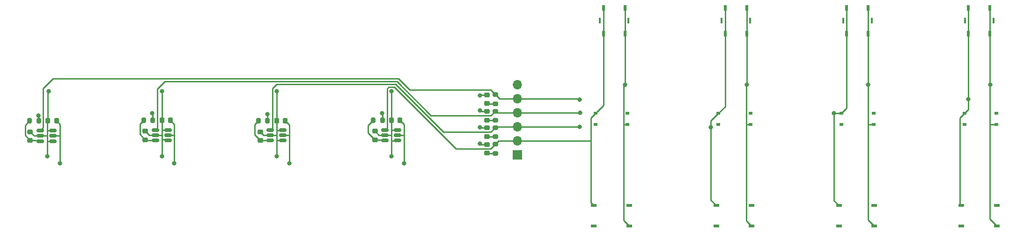
<source format=gtl>
%TF.GenerationSoftware,KiCad,Pcbnew,(6.0.2)*%
%TF.CreationDate,2023-03-26T00:57:02-07:00*%
%TF.ProjectId,cap-sensors-1-ch-dome-switches,6361702d-7365-46e7-936f-72732d312d63,rev?*%
%TF.SameCoordinates,Original*%
%TF.FileFunction,Copper,L1,Top*%
%TF.FilePolarity,Positive*%
%FSLAX46Y46*%
G04 Gerber Fmt 4.6, Leading zero omitted, Abs format (unit mm)*
G04 Created by KiCad (PCBNEW (6.0.2)) date 2023-03-26 00:57:02*
%MOMM*%
%LPD*%
G01*
G04 APERTURE LIST*
G04 Aperture macros list*
%AMRoundRect*
0 Rectangle with rounded corners*
0 $1 Rounding radius*
0 $2 $3 $4 $5 $6 $7 $8 $9 X,Y pos of 4 corners*
0 Add a 4 corners polygon primitive as box body*
4,1,4,$2,$3,$4,$5,$6,$7,$8,$9,$2,$3,0*
0 Add four circle primitives for the rounded corners*
1,1,$1+$1,$2,$3*
1,1,$1+$1,$4,$5*
1,1,$1+$1,$6,$7*
1,1,$1+$1,$8,$9*
0 Add four rect primitives between the rounded corners*
20,1,$1+$1,$2,$3,$4,$5,0*
20,1,$1+$1,$4,$5,$6,$7,0*
20,1,$1+$1,$6,$7,$8,$9,0*
20,1,$1+$1,$8,$9,$2,$3,0*%
G04 Aperture macros list end*
%TA.AperFunction,SMDPad,CuDef*%
%ADD10R,0.800000X0.600000*%
%TD*%
%TA.AperFunction,SMDPad,CuDef*%
%ADD11R,1.000000X0.500000*%
%TD*%
%TA.AperFunction,SMDPad,CuDef*%
%ADD12RoundRect,0.225000X0.225000X0.250000X-0.225000X0.250000X-0.225000X-0.250000X0.225000X-0.250000X0*%
%TD*%
%TA.AperFunction,SMDPad,CuDef*%
%ADD13RoundRect,0.150000X-0.512500X-0.150000X0.512500X-0.150000X0.512500X0.150000X-0.512500X0.150000X0*%
%TD*%
%TA.AperFunction,SMDPad,CuDef*%
%ADD14R,0.450000X1.000000*%
%TD*%
%TA.AperFunction,SMDPad,CuDef*%
%ADD15R,0.600000X1.000000*%
%TD*%
%TA.AperFunction,SMDPad,CuDef*%
%ADD16RoundRect,0.200000X-0.275000X0.200000X-0.275000X-0.200000X0.275000X-0.200000X0.275000X0.200000X0*%
%TD*%
%TA.AperFunction,SMDPad,CuDef*%
%ADD17RoundRect,0.200000X0.200000X0.275000X-0.200000X0.275000X-0.200000X-0.275000X0.200000X-0.275000X0*%
%TD*%
%TA.AperFunction,ComponentPad*%
%ADD18R,1.700000X1.700000*%
%TD*%
%TA.AperFunction,ComponentPad*%
%ADD19O,1.700000X1.700000*%
%TD*%
%TA.AperFunction,SMDPad,CuDef*%
%ADD20RoundRect,0.218750X-0.256250X0.218750X-0.256250X-0.218750X0.256250X-0.218750X0.256250X0.218750X0*%
%TD*%
%TA.AperFunction,SMDPad,CuDef*%
%ADD21RoundRect,0.225000X0.250000X-0.225000X0.250000X0.225000X-0.250000X0.225000X-0.250000X-0.225000X0*%
%TD*%
%TA.AperFunction,ViaPad*%
%ADD22C,0.800000*%
%TD*%
%TA.AperFunction,Conductor*%
%ADD23C,0.250000*%
%TD*%
G04 APERTURE END LIST*
D10*
%TO.P,SW8,1,1*%
%TO.N,Net-(J1-Pad2)*%
X132900000Y-109000000D03*
X127100000Y-109000000D03*
%TO.P,SW8,2,2*%
%TO.N,+3V3*%
X132900000Y-111000000D03*
X127100000Y-111000000D03*
%TD*%
%TO.P,SW7,1,1*%
%TO.N,Net-(J1-Pad4)*%
X177400000Y-109000000D03*
X171600000Y-109000000D03*
%TO.P,SW7,2,2*%
%TO.N,+3V3*%
X177400000Y-111000000D03*
X171600000Y-111000000D03*
%TD*%
%TO.P,SW6,1,1*%
%TO.N,Net-(J1-Pad5)*%
X199650000Y-109000000D03*
X193850000Y-109000000D03*
%TO.P,SW6,2,2*%
%TO.N,+3V3*%
X199650000Y-111000000D03*
X193850000Y-111000000D03*
%TD*%
%TO.P,SW5,1,1*%
%TO.N,Net-(J1-Pad3)*%
X155150000Y-109000000D03*
X149350000Y-109000000D03*
%TO.P,SW5,2,2*%
%TO.N,+3V3*%
X155150000Y-111000000D03*
X149350000Y-111000000D03*
%TD*%
D11*
%TO.P,SW12,1,1*%
%TO.N,Net-(J1-Pad2)*%
X133200000Y-125700000D03*
X126800000Y-125700000D03*
%TO.P,SW12,2,2*%
%TO.N,+3V3*%
X133200000Y-129400000D03*
X126800000Y-129400000D03*
%TD*%
%TO.P,SW11,1,1*%
%TO.N,Net-(J1-Pad4)*%
X177533333Y-125700000D03*
X171133333Y-125700000D03*
%TO.P,SW11,2,2*%
%TO.N,+3V3*%
X177533333Y-129400000D03*
X171133333Y-129400000D03*
%TD*%
%TO.P,SW10,1,1*%
%TO.N,Net-(J1-Pad5)*%
X199700000Y-125700000D03*
X193300000Y-125700000D03*
%TO.P,SW10,2,2*%
%TO.N,+3V3*%
X199700000Y-129400000D03*
X193300000Y-129400000D03*
%TD*%
%TO.P,SW9,1,1*%
%TO.N,Net-(J1-Pad3)*%
X155366666Y-125700000D03*
X148966666Y-125700000D03*
%TO.P,SW9,2,2*%
%TO.N,+3V3*%
X155366666Y-129400000D03*
X148966666Y-129400000D03*
%TD*%
D12*
%TO.P,C1,2*%
%TO.N,GND*%
X28100000Y-110375480D03*
%TO.P,C1,1*%
%TO.N,+3V3*%
X29650000Y-110375480D03*
%TD*%
D13*
%TO.P,U4,6,AHLB*%
%TO.N,GND*%
X91350000Y-112000000D03*
%TO.P,U4,5,Vdd*%
%TO.N,+3V3*%
X91350000Y-112950000D03*
%TO.P,U4,4,Tgl*%
%TO.N,GND*%
X91350000Y-113900000D03*
%TO.P,U4,3,Tch*%
%TO.N,Net-(C8-Pad1)*%
X89075000Y-113900000D03*
%TO.P,U4,2,Gnd*%
%TO.N,GND*%
X89075000Y-112950000D03*
%TO.P,U4,1,Out*%
%TO.N,Net-(J1-Pad2)*%
X89075000Y-112000000D03*
%TD*%
%TO.P,U3,1,Out*%
%TO.N,Net-(J1-Pad3)*%
X68325000Y-112025000D03*
%TO.P,U3,2,Gnd*%
%TO.N,GND*%
X68325000Y-112975000D03*
%TO.P,U3,3,Tch*%
%TO.N,Net-(C7-Pad1)*%
X68325000Y-113925000D03*
%TO.P,U3,4,Tgl*%
%TO.N,GND*%
X70600000Y-113925000D03*
%TO.P,U3,5,Vdd*%
%TO.N,+3V3*%
X70600000Y-112975000D03*
%TO.P,U3,6,AHLB*%
%TO.N,GND*%
X70600000Y-112025000D03*
%TD*%
%TO.P,U2,1,Out*%
%TO.N,Net-(J1-Pad4)*%
X47550000Y-112000000D03*
%TO.P,U2,2,Gnd*%
%TO.N,GND*%
X47550000Y-112950000D03*
%TO.P,U2,3,Tch*%
%TO.N,Net-(C6-Pad1)*%
X47550000Y-113900000D03*
%TO.P,U2,4,Tgl*%
%TO.N,GND*%
X49825000Y-113900000D03*
%TO.P,U2,5,Vdd*%
%TO.N,+3V3*%
X49825000Y-112950000D03*
%TO.P,U2,6,AHLB*%
%TO.N,GND*%
X49825000Y-112000000D03*
%TD*%
%TO.P,U1,6,AHLB*%
%TO.N,GND*%
X28975000Y-112125480D03*
%TO.P,U1,5,Vdd*%
%TO.N,+3V3*%
X28975000Y-113075480D03*
%TO.P,U1,4,Tgl*%
%TO.N,GND*%
X28975000Y-114025480D03*
%TO.P,U1,3,Tch*%
%TO.N,Net-(C5-Pad1)*%
X26700000Y-114025480D03*
%TO.P,U1,2,Gnd*%
%TO.N,GND*%
X26700000Y-113075480D03*
%TO.P,U1,1,Out*%
%TO.N,Net-(J1-Pad5)*%
X26700000Y-112125480D03*
%TD*%
D14*
%TO.P,SW4,Gnd*%
%TO.N,N/C*%
X133100000Y-92250000D03*
X127900000Y-92250000D03*
D15*
%TO.P,SW4,B,B*%
%TO.N,+3V3*%
X132450000Y-89950000D03*
X132450000Y-94550000D03*
%TO.P,SW4,A,A*%
%TO.N,Net-(J1-Pad2)*%
X128550000Y-94550000D03*
X128550000Y-89950000D03*
%TD*%
%TO.P,SW3,A,A*%
%TO.N,Net-(J1-Pad3)*%
X150550000Y-89950000D03*
X150550000Y-94550000D03*
%TO.P,SW3,B,B*%
%TO.N,+3V3*%
X154450000Y-94550000D03*
X154450000Y-89950000D03*
D14*
%TO.P,SW3,Gnd*%
%TO.N,N/C*%
X149900000Y-92250000D03*
X155100000Y-92250000D03*
%TD*%
%TO.P,SW2,Gnd*%
%TO.N,N/C*%
X199100000Y-92250000D03*
X193900000Y-92250000D03*
D15*
%TO.P,SW2,B,B*%
%TO.N,+3V3*%
X198450000Y-89950000D03*
X198450000Y-94550000D03*
%TO.P,SW2,A,A*%
%TO.N,Net-(J1-Pad5)*%
X194550000Y-94550000D03*
X194550000Y-89950000D03*
%TD*%
%TO.P,SW1,A,A*%
%TO.N,Net-(J1-Pad4)*%
X172550000Y-89950000D03*
X172550000Y-94550000D03*
%TO.P,SW1,B,B*%
%TO.N,+3V3*%
X176450000Y-94550000D03*
X176450000Y-89950000D03*
D14*
%TO.P,SW1,Gnd*%
%TO.N,N/C*%
X171900000Y-92250000D03*
X177100000Y-92250000D03*
%TD*%
D16*
%TO.P,R8,1*%
%TO.N,Net-(J1-Pad2)*%
X109000000Y-114600000D03*
%TO.P,R8,2*%
%TO.N,Net-(D4-Pad2)*%
X109000000Y-116250000D03*
%TD*%
%TO.P,R7,1*%
%TO.N,Net-(J1-Pad3)*%
X109000000Y-111600000D03*
%TO.P,R7,2*%
%TO.N,Net-(D3-Pad2)*%
X109000000Y-113250000D03*
%TD*%
%TO.P,R6,1*%
%TO.N,Net-(J1-Pad4)*%
X109000000Y-108600000D03*
%TO.P,R6,2*%
%TO.N,Net-(D2-Pad2)*%
X109000000Y-110250000D03*
%TD*%
%TO.P,R5,1*%
%TO.N,Net-(J1-Pad5)*%
X109000000Y-105600000D03*
%TO.P,R5,2*%
%TO.N,Net-(D1-Pad2)*%
X109000000Y-107250000D03*
%TD*%
D17*
%TO.P,R4,2*%
%TO.N,Net-(C8-Pad1)*%
X86925000Y-110250000D03*
%TO.P,R4,1*%
%TO.N,Net-(P4-Pad1)*%
X88575000Y-110250000D03*
%TD*%
%TO.P,R3,1*%
%TO.N,Net-(P3-Pad1)*%
X67825000Y-110375000D03*
%TO.P,R3,2*%
%TO.N,Net-(C7-Pad1)*%
X66175000Y-110375000D03*
%TD*%
%TO.P,R2,1*%
%TO.N,Net-(P2-Pad1)*%
X47050000Y-110250000D03*
%TO.P,R2,2*%
%TO.N,Net-(C6-Pad1)*%
X45400000Y-110250000D03*
%TD*%
%TO.P,R1,2*%
%TO.N,Net-(C5-Pad1)*%
X24800000Y-110375480D03*
%TO.P,R1,1*%
%TO.N,Net-(P1-Pad1)*%
X26450000Y-110375480D03*
%TD*%
D18*
%TO.P,J1,1,Pin_1*%
%TO.N,GND*%
X113000000Y-116540000D03*
D19*
%TO.P,J1,2,Pin_2*%
%TO.N,Net-(J1-Pad2)*%
X113000000Y-114000000D03*
%TO.P,J1,3,Pin_3*%
%TO.N,Net-(J1-Pad3)*%
X113000000Y-111460000D03*
%TO.P,J1,4,Pin_4*%
%TO.N,Net-(J1-Pad4)*%
X113000000Y-108920000D03*
%TO.P,J1,5,Pin_5*%
%TO.N,Net-(J1-Pad5)*%
X113000000Y-106380000D03*
%TO.P,J1,6,Pin_6*%
%TO.N,+3V3*%
X113000000Y-103840000D03*
%TD*%
D20*
%TO.P,D4,1,K*%
%TO.N,GND*%
X107500000Y-114637500D03*
%TO.P,D4,2,A*%
%TO.N,Net-(D4-Pad2)*%
X107500000Y-116212500D03*
%TD*%
%TO.P,D3,1,K*%
%TO.N,GND*%
X107500000Y-111637500D03*
%TO.P,D3,2,A*%
%TO.N,Net-(D3-Pad2)*%
X107500000Y-113212500D03*
%TD*%
%TO.P,D2,1,K*%
%TO.N,GND*%
X107500000Y-108637500D03*
%TO.P,D2,2,A*%
%TO.N,Net-(D2-Pad2)*%
X107500000Y-110212500D03*
%TD*%
%TO.P,D1,1,K*%
%TO.N,GND*%
X107500000Y-105637500D03*
%TO.P,D1,2,A*%
%TO.N,Net-(D1-Pad2)*%
X107500000Y-107212500D03*
%TD*%
D21*
%TO.P,C8,2*%
%TO.N,GND*%
X87250000Y-112225000D03*
%TO.P,C8,1*%
%TO.N,Net-(C8-Pad1)*%
X87250000Y-113775000D03*
%TD*%
%TO.P,C7,1*%
%TO.N,Net-(C7-Pad1)*%
X66500000Y-113900000D03*
%TO.P,C7,2*%
%TO.N,GND*%
X66500000Y-112350000D03*
%TD*%
%TO.P,C6,1*%
%TO.N,Net-(C6-Pad1)*%
X45725000Y-113775000D03*
%TO.P,C6,2*%
%TO.N,GND*%
X45725000Y-112225000D03*
%TD*%
%TO.P,C5,2*%
%TO.N,GND*%
X24875000Y-112350480D03*
%TO.P,C5,1*%
%TO.N,Net-(C5-Pad1)*%
X24875000Y-113900480D03*
%TD*%
D12*
%TO.P,C4,2*%
%TO.N,GND*%
X90200000Y-110250000D03*
%TO.P,C4,1*%
%TO.N,+3V3*%
X91750000Y-110250000D03*
%TD*%
%TO.P,C3,1*%
%TO.N,+3V3*%
X71025000Y-110375000D03*
%TO.P,C3,2*%
%TO.N,GND*%
X69475000Y-110375000D03*
%TD*%
%TO.P,C2,1*%
%TO.N,+3V3*%
X50250000Y-110250000D03*
%TO.P,C2,2*%
%TO.N,GND*%
X48700000Y-110250000D03*
%TD*%
D22*
%TO.N,+3V3*%
X198500000Y-103800000D03*
%TO.N,Net-(J1-Pad5)*%
X194550000Y-106450000D03*
X124250000Y-106500000D03*
%TO.N,Net-(J1-Pad3)*%
X124290000Y-111460000D03*
%TO.N,Net-(J1-Pad4)*%
X124330000Y-108920000D03*
%TO.N,+3V3*%
X176450000Y-103800000D03*
X154450000Y-103800000D03*
X132499998Y-103840000D03*
X92475000Y-118000000D03*
X71725000Y-118000000D03*
X50975000Y-118000000D03*
X30250001Y-117999999D03*
%TO.N,Net-(J1-Pad3)*%
X148000000Y-111500000D03*
%TO.N,Net-(J1-Pad4)*%
X170250000Y-109000000D03*
%TO.N,GND*%
X106250000Y-105750000D03*
X106250000Y-108500000D03*
X106250000Y-111500000D03*
X106250000Y-114500000D03*
X90225000Y-105000000D03*
X90225000Y-116750000D03*
%TO.N,Net-(P4-Pad1)*%
X88500000Y-109000000D03*
%TO.N,GND*%
X69500000Y-105000000D03*
X69475000Y-116750000D03*
%TO.N,Net-(P3-Pad1)*%
X67750000Y-109125000D03*
%TO.N,Net-(P2-Pad1)*%
X46975000Y-109000000D03*
%TO.N,GND*%
X48725000Y-105000000D03*
X48725000Y-116750000D03*
X28225000Y-105000000D03*
%TO.N,Net-(P1-Pad1)*%
X26375000Y-109375480D03*
%TO.N,GND*%
X27975000Y-116750000D03*
%TD*%
D23*
%TO.N,+3V3*%
X198450000Y-103750000D02*
X198500000Y-103800000D01*
X198450000Y-94550000D02*
X198450000Y-103750000D01*
X198450000Y-103850000D02*
X198450000Y-110950000D01*
X198500000Y-103800000D02*
X198450000Y-103850000D01*
X198500000Y-111000000D02*
X198450000Y-110950000D01*
X199650000Y-111000000D02*
X198500000Y-111000000D01*
X198450000Y-110950000D02*
X198450000Y-128150000D01*
X198450000Y-128150000D02*
X199700000Y-129400000D01*
X176500000Y-111000000D02*
X176450000Y-110950000D01*
X177400000Y-111000000D02*
X176500000Y-111000000D01*
X176450000Y-103800000D02*
X176450000Y-110950000D01*
X176450000Y-110950000D02*
X176450000Y-128316667D01*
X176450000Y-128316667D02*
X177533333Y-129400000D01*
X154500000Y-111000000D02*
X154425489Y-111074511D01*
X155150000Y-111000000D02*
X154500000Y-111000000D01*
X154425489Y-111074511D02*
X154425489Y-128458823D01*
X154425489Y-103824511D02*
X154425489Y-111074511D01*
X154450000Y-103800000D02*
X154425489Y-103824511D01*
X154425489Y-128458823D02*
X155366666Y-129400000D01*
X132250000Y-111000000D02*
X132175489Y-110925489D01*
X132900000Y-111000000D02*
X132250000Y-111000000D01*
X132175489Y-110925489D02*
X132175489Y-128375489D01*
X132175489Y-104164509D02*
X132175489Y-110925489D01*
X132175489Y-128375489D02*
X133200000Y-129400000D01*
X132499998Y-103840000D02*
X132175489Y-104164509D01*
X132450000Y-103790002D02*
X132499998Y-103840000D01*
X132450000Y-94550000D02*
X132450000Y-103790002D01*
%TO.N,Net-(J1-Pad5)*%
X193000000Y-109850000D02*
X193850000Y-109000000D01*
X193000000Y-125400000D02*
X193000000Y-109850000D01*
X193300000Y-125700000D02*
X193000000Y-125400000D01*
%TO.N,Net-(J1-Pad2)*%
X126250000Y-125150000D02*
X126250000Y-114000000D01*
X126800000Y-125700000D02*
X126250000Y-125150000D01*
%TO.N,Net-(J1-Pad3)*%
X148000000Y-124733334D02*
X148000000Y-111500000D01*
X148966666Y-125700000D02*
X148000000Y-124733334D01*
%TO.N,Net-(J1-Pad4)*%
X170250000Y-124816667D02*
X170250000Y-109000000D01*
X171133333Y-125700000D02*
X170250000Y-124816667D01*
%TO.N,Net-(J1-Pad3)*%
X148000000Y-110350000D02*
X148000000Y-111500000D01*
X149350000Y-109000000D02*
X148000000Y-110350000D01*
%TO.N,Net-(J1-Pad4)*%
X171600000Y-109000000D02*
X170250000Y-109000000D01*
%TO.N,Net-(J1-Pad2)*%
X113000000Y-114000000D02*
X126250000Y-114000000D01*
X126250000Y-114000000D02*
X126250000Y-109850000D01*
%TO.N,Net-(J1-Pad5)*%
X113000000Y-106380000D02*
X124130000Y-106380000D01*
X124130000Y-106380000D02*
X124250000Y-106500000D01*
%TO.N,+3V3*%
X30250000Y-110975480D02*
X30250001Y-117999999D01*
X29650000Y-110375480D02*
X30250000Y-110975480D01*
X30174520Y-113075480D02*
X30250000Y-113000000D01*
X28975000Y-113075480D02*
X30174520Y-113075480D01*
%TO.N,Net-(J1-Pad5)*%
X27225000Y-111600480D02*
X26700000Y-112125480D01*
X28975000Y-102750000D02*
X27225000Y-104500000D01*
X93500000Y-104750000D02*
X91500000Y-102750000D01*
X27225000Y-104500000D02*
X27225000Y-111600480D01*
X108150000Y-104750000D02*
X93500000Y-104750000D01*
X109000000Y-105600000D02*
X108150000Y-104750000D01*
X91500000Y-102750000D02*
X28975000Y-102750000D01*
%TO.N,Net-(J1-Pad4)*%
X47925480Y-111624520D02*
X47550000Y-112000000D01*
X91225000Y-103250000D02*
X49225000Y-103250000D01*
X49225000Y-103250000D02*
X47925480Y-104549520D01*
X97374520Y-109399520D02*
X91225000Y-103250000D01*
X109000000Y-108600000D02*
X108200480Y-109399520D01*
X108200480Y-109399520D02*
X97374520Y-109399520D01*
X47925480Y-104549520D02*
X47925480Y-111624520D01*
%TO.N,GND*%
X107500000Y-111637500D02*
X106387500Y-111637500D01*
X106387500Y-111637500D02*
X106250000Y-111500000D01*
%TO.N,Net-(J1-Pad3)*%
X68700480Y-111649520D02*
X68325000Y-112025000D01*
X68700480Y-104524520D02*
X68700480Y-111649520D01*
X99624520Y-112399520D02*
X90975000Y-103750000D01*
X108200480Y-112399520D02*
X99624520Y-112399520D01*
X90975000Y-103750000D02*
X69475000Y-103750000D01*
X109000000Y-111600000D02*
X108200480Y-112399520D01*
X69475000Y-103750000D02*
X68700480Y-104524520D01*
%TO.N,Net-(J1-Pad2)*%
X89425480Y-104537220D02*
X89425480Y-111649520D01*
X89425480Y-111649520D02*
X89075000Y-112000000D01*
X90725000Y-104250000D02*
X89712700Y-104250000D01*
X89712700Y-104250000D02*
X89425480Y-104537220D01*
X108149520Y-115450480D02*
X101925480Y-115450480D01*
X109000000Y-114600000D02*
X108149520Y-115450480D01*
X101925480Y-115450480D02*
X90725000Y-104250000D01*
%TO.N,Net-(J1-Pad3)*%
X124500000Y-111460000D02*
X113000000Y-111460000D01*
%TO.N,Net-(J1-Pad4)*%
X124500000Y-108920000D02*
X113000000Y-108920000D01*
%TO.N,+3V3*%
X91350000Y-112950000D02*
X92500000Y-112950000D01*
X92500000Y-112950000D02*
X92500000Y-112500000D01*
X92500000Y-112500000D02*
X92500000Y-117975000D01*
X92500000Y-117975000D02*
X92475000Y-118000000D01*
X70600000Y-112975000D02*
X71750000Y-112975000D01*
X71750000Y-112975000D02*
X71750000Y-112625000D01*
X71750000Y-117975000D02*
X71725000Y-118000000D01*
X71750000Y-112625000D02*
X71750000Y-117975000D01*
X50975000Y-110975000D02*
X50250000Y-110250000D01*
X50975000Y-112950000D02*
X50975000Y-110975000D01*
X49825000Y-112950000D02*
X50975000Y-112950000D01*
X50975000Y-112500000D02*
X50975000Y-118000000D01*
%TO.N,Net-(J1-Pad5)*%
X194550000Y-106450000D02*
X194550000Y-108300000D01*
X194550000Y-94550000D02*
X194550000Y-106450000D01*
%TO.N,+3V3*%
X132450000Y-89950000D02*
X132450000Y-94550000D01*
X154450000Y-94550000D02*
X154450000Y-103800000D01*
X154450000Y-89950000D02*
X154450000Y-94550000D01*
X176450000Y-94550000D02*
X176450000Y-103800000D01*
X176450000Y-89950000D02*
X176450000Y-94550000D01*
X198450000Y-89950000D02*
X198450000Y-94550000D01*
%TO.N,Net-(J1-Pad2)*%
X128550000Y-107550000D02*
X127100000Y-109000000D01*
X128550000Y-94550000D02*
X128550000Y-107550000D01*
X128550000Y-89950000D02*
X128550000Y-94550000D01*
%TO.N,Net-(J1-Pad3)*%
X150550000Y-107800000D02*
X149350000Y-109000000D01*
X150550000Y-94550000D02*
X150550000Y-107800000D01*
X150550000Y-89950000D02*
X150550000Y-94550000D01*
%TO.N,Net-(J1-Pad4)*%
X172550000Y-108050000D02*
X171600000Y-109000000D01*
X172550000Y-94550000D02*
X172550000Y-108050000D01*
X172550000Y-89950000D02*
X172550000Y-94550000D01*
%TO.N,Net-(J1-Pad5)*%
X194550000Y-108300000D02*
X193850000Y-109000000D01*
X194550000Y-89950000D02*
X194550000Y-94550000D01*
%TO.N,Net-(J1-Pad2)*%
X126250000Y-109850000D02*
X127100000Y-109000000D01*
%TO.N,GND*%
X107500000Y-105637500D02*
X106362500Y-105637500D01*
X106362500Y-105637500D02*
X106250000Y-105750000D01*
X106387500Y-108637500D02*
X106250000Y-108500000D01*
X107500000Y-108637500D02*
X106387500Y-108637500D01*
X28100000Y-105125000D02*
X28225000Y-105000000D01*
X28100000Y-110375480D02*
X28100000Y-105125000D01*
X106387500Y-114637500D02*
X106250000Y-114500000D01*
X107500000Y-114637500D02*
X106387500Y-114637500D01*
X90200000Y-105025000D02*
X90225000Y-105000000D01*
X90200000Y-110250000D02*
X90200000Y-105025000D01*
%TO.N,Net-(D4-Pad2)*%
X107537500Y-116250000D02*
X107500000Y-116212500D01*
X109000000Y-116250000D02*
X107537500Y-116250000D01*
%TO.N,Net-(D3-Pad2)*%
X107537500Y-113250000D02*
X107500000Y-113212500D01*
X109000000Y-113250000D02*
X107537500Y-113250000D01*
%TO.N,Net-(D2-Pad2)*%
X107537500Y-110250000D02*
X107500000Y-110212500D01*
X109000000Y-110250000D02*
X107537500Y-110250000D01*
%TO.N,Net-(D1-Pad2)*%
X107537500Y-107250000D02*
X107500000Y-107212500D01*
X109000000Y-107250000D02*
X107537500Y-107250000D01*
%TO.N,Net-(J1-Pad5)*%
X113000000Y-106380000D02*
X109780000Y-106380000D01*
X109780000Y-106380000D02*
X109000000Y-105600000D01*
%TO.N,Net-(J1-Pad4)*%
X109320000Y-108920000D02*
X109000000Y-108600000D01*
X113000000Y-108920000D02*
X109320000Y-108920000D01*
%TO.N,Net-(J1-Pad3)*%
X109140000Y-111460000D02*
X109000000Y-111600000D01*
X113000000Y-111460000D02*
X109140000Y-111460000D01*
%TO.N,Net-(J1-Pad2)*%
X113000000Y-114000000D02*
X109600000Y-114000000D01*
X109600000Y-114000000D02*
X109000000Y-114600000D01*
%TO.N,GND*%
X69475000Y-105025000D02*
X69500000Y-105000000D01*
X69475000Y-110375000D02*
X69475000Y-105025000D01*
X48700000Y-105025000D02*
X48725000Y-105000000D01*
X48700000Y-110250000D02*
X48700000Y-105025000D01*
X90200000Y-116725000D02*
X90225000Y-116750000D01*
X90200000Y-113950000D02*
X90200000Y-116725000D01*
X69475000Y-113900000D02*
X69475000Y-116750000D01*
X27987980Y-113925480D02*
X27987980Y-116737020D01*
X27987980Y-116737020D02*
X27975000Y-116750000D01*
X48725000Y-113750000D02*
X48725000Y-116750000D01*
%TO.N,+3V3*%
X92500000Y-111000000D02*
X91750000Y-110250000D01*
X92500000Y-112500000D02*
X92500000Y-111000000D01*
%TO.N,GND*%
X89075000Y-112950000D02*
X90200000Y-112950000D01*
X90200000Y-112950000D02*
X90200000Y-113950000D01*
X90200000Y-112050000D02*
X90200000Y-112950000D01*
X90250000Y-112000000D02*
X90200000Y-112050000D01*
X91350000Y-112000000D02*
X90250000Y-112000000D01*
X90200000Y-110250000D02*
X90200000Y-112050000D01*
X91300000Y-113950000D02*
X90200000Y-113950000D01*
X91350000Y-113900000D02*
X91300000Y-113950000D01*
%TO.N,Net-(P4-Pad1)*%
X88575000Y-110250000D02*
X88575000Y-109075000D01*
X88575000Y-109075000D02*
X88500000Y-109000000D01*
%TO.N,GND*%
X87975000Y-112950000D02*
X89075000Y-112950000D01*
X87250000Y-112225000D02*
X87975000Y-112950000D01*
%TO.N,Net-(C8-Pad1)*%
X86000000Y-111175000D02*
X86925000Y-110250000D01*
X86000000Y-112525000D02*
X86000000Y-111175000D01*
X87250000Y-113775000D02*
X86000000Y-112525000D01*
X88950000Y-113775000D02*
X89075000Y-113900000D01*
X87250000Y-113775000D02*
X88950000Y-113775000D01*
%TO.N,+3V3*%
X71750000Y-112625000D02*
X71750000Y-111100000D01*
X71750000Y-111100000D02*
X71025000Y-110375000D01*
%TO.N,GND*%
X68325000Y-112975000D02*
X69400000Y-112975000D01*
X69475000Y-112900000D02*
X69475000Y-113900000D01*
X69475000Y-112100000D02*
X69475000Y-112900000D01*
X69400000Y-112975000D02*
X69475000Y-112900000D01*
X70525000Y-112100000D02*
X69475000Y-112100000D01*
X70600000Y-112025000D02*
X70525000Y-112100000D01*
X69475000Y-110375000D02*
X69475000Y-112100000D01*
X70600000Y-113925000D02*
X69500000Y-113925000D01*
X69500000Y-113925000D02*
X69475000Y-113900000D01*
%TO.N,Net-(P3-Pad1)*%
X67825000Y-109200000D02*
X67750000Y-109125000D01*
X67825000Y-110375000D02*
X67825000Y-109200000D01*
%TO.N,GND*%
X67125000Y-112975000D02*
X68325000Y-112975000D01*
X66500000Y-112350000D02*
X67125000Y-112975000D01*
%TO.N,Net-(C7-Pad1)*%
X65500000Y-112900000D02*
X65500000Y-111050000D01*
X66500000Y-113900000D02*
X65500000Y-112900000D01*
X65500000Y-111050000D02*
X66175000Y-110375000D01*
X66525000Y-113925000D02*
X66500000Y-113900000D01*
X68325000Y-113925000D02*
X66525000Y-113925000D01*
%TO.N,Net-(P2-Pad1)*%
X47050000Y-110250000D02*
X47050000Y-109075000D01*
X47050000Y-109075000D02*
X46975000Y-109000000D01*
%TO.N,GND*%
X48675000Y-112950000D02*
X48700000Y-112975000D01*
X48700000Y-112975000D02*
X48700000Y-113158572D01*
X47550000Y-112950000D02*
X48675000Y-112950000D01*
X48700000Y-111975000D02*
X48700000Y-112975000D01*
X49825000Y-112000000D02*
X48725000Y-112000000D01*
X48725000Y-112000000D02*
X48700000Y-111975000D01*
X48700000Y-110250000D02*
X48700000Y-111975000D01*
X49675000Y-113750000D02*
X48725000Y-113750000D01*
X48725000Y-113183572D02*
X48725000Y-113750000D01*
X49825000Y-113900000D02*
X49675000Y-113750000D01*
X48700000Y-113158572D02*
X48725000Y-113183572D01*
X46450000Y-112950000D02*
X47550000Y-112950000D01*
X45725000Y-112225000D02*
X46450000Y-112950000D01*
%TO.N,Net-(C6-Pad1)*%
X44725000Y-110925000D02*
X45400000Y-110250000D01*
X44725000Y-112775000D02*
X44725000Y-110925000D01*
X45725000Y-113775000D02*
X44725000Y-112775000D01*
X45850000Y-113900000D02*
X45725000Y-113775000D01*
X47550000Y-113900000D02*
X45850000Y-113900000D01*
%TO.N,Net-(C5-Pad1)*%
X23975000Y-111200480D02*
X24800000Y-110375480D01*
X23975000Y-113000480D02*
X23975000Y-111200480D01*
X24875000Y-113900480D02*
X23975000Y-113000480D01*
%TO.N,Net-(P1-Pad1)*%
X26450000Y-109450480D02*
X26375000Y-109375480D01*
X26450000Y-110375480D02*
X26450000Y-109450480D01*
%TO.N,GND*%
X27987980Y-113925480D02*
X28087980Y-114025480D01*
X27987980Y-112988460D02*
X27987980Y-113925480D01*
X28975000Y-114025480D02*
X28087980Y-114025480D01*
X28125000Y-112125480D02*
X27987980Y-111988460D01*
X28975000Y-112125480D02*
X28125000Y-112125480D01*
X27987980Y-111988460D02*
X27987980Y-110487500D01*
X27987980Y-112728928D02*
X27987980Y-111988460D01*
X27987980Y-110487500D02*
X28100000Y-110375480D01*
%TO.N,Net-(C5-Pad1)*%
X26575000Y-113900480D02*
X26700000Y-114025480D01*
X24875000Y-113900480D02*
X26575000Y-113900480D01*
%TO.N,GND*%
X27900960Y-113075480D02*
X27987980Y-112988460D01*
X26700000Y-113075480D02*
X27900960Y-113075480D01*
X27987980Y-112988460D02*
X27987980Y-112728928D01*
X25600000Y-113075480D02*
X24875000Y-112350480D01*
X26700000Y-113075480D02*
X25600000Y-113075480D01*
%TD*%
M02*

</source>
